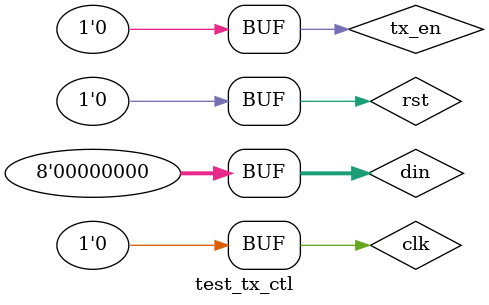
<source format=v>
`timescale 1ns / 1ps


module test_tx_ctl;

	// Inputs
	reg clk;
	reg rst;

	reg [7:0] din;
	reg tx_en;

	// Outputs
	wire txd;
	wire tx_rdy;
	wire bclk;
	
	// Instantiate the Unit Under Test (UUT)
	
	baud_gen uut_baud(
		.clk(clk),
		.rst(rst),
		.bclk(bclk)
	);
	
	tx_ctl uut (
		.clk(clk), 
		.rst(rst), 
		.bclk(bclk), 
		.din(din), 
		.din_rdy(tx_en), 
		.txd(txd), 
		.tx_rdy(tx_rdy)
	);

	initial begin
		// Initialize Inputs
		clk   = 0;
		rst   = 1;
		din   = 0;
		tx_en = 0;

		// Wait 100 ns for global reset to finish
		#100;
		rst = 0;
		#10;
		
        
		// Add stimulus here

	end
      
endmodule


</source>
